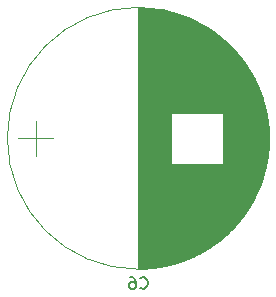
<source format=gbr>
G04 #@! TF.FileFunction,Legend,Bot*
%FSLAX46Y46*%
G04 Gerber Fmt 4.6, Leading zero omitted, Abs format (unit mm)*
G04 Created by KiCad (PCBNEW 4.0.7) date 02/05/18 16:40:09*
%MOMM*%
%LPD*%
G01*
G04 APERTURE LIST*
%ADD10C,0.100000*%
%ADD11C,0.120000*%
%ADD12C,0.150000*%
G04 APERTURE END LIST*
D10*
D11*
X67207500Y-44767500D02*
G75*
G03X67207500Y-44767500I-11090000J0D01*
G01*
X56117500Y-55817500D02*
X56117500Y-33717500D01*
X56157500Y-55817500D02*
X56157500Y-33717500D01*
X56197500Y-55817500D02*
X56197500Y-33717500D01*
X56237500Y-55817500D02*
X56237500Y-33717500D01*
X56277500Y-55816500D02*
X56277500Y-33718500D01*
X56317500Y-55816500D02*
X56317500Y-33718500D01*
X56357500Y-55815500D02*
X56357500Y-33719500D01*
X56397500Y-55814500D02*
X56397500Y-33720500D01*
X56437500Y-55813500D02*
X56437500Y-33721500D01*
X56477500Y-55812500D02*
X56477500Y-33722500D01*
X56517500Y-55810500D02*
X56517500Y-33724500D01*
X56557500Y-55809500D02*
X56557500Y-33725500D01*
X56597500Y-55807500D02*
X56597500Y-33727500D01*
X56637500Y-55805500D02*
X56637500Y-33729500D01*
X56677500Y-55803500D02*
X56677500Y-33731500D01*
X56717500Y-55801500D02*
X56717500Y-33733500D01*
X56757500Y-55799500D02*
X56757500Y-33735500D01*
X56797500Y-55797500D02*
X56797500Y-33737500D01*
X56838500Y-55794500D02*
X56838500Y-33740500D01*
X56878500Y-55791500D02*
X56878500Y-33743500D01*
X56918500Y-55789500D02*
X56918500Y-33745500D01*
X56958500Y-55786500D02*
X56958500Y-33748500D01*
X56998500Y-55783500D02*
X56998500Y-33751500D01*
X57038500Y-55779500D02*
X57038500Y-33755500D01*
X57078500Y-55776500D02*
X57078500Y-33758500D01*
X57118500Y-55772500D02*
X57118500Y-33762500D01*
X57158500Y-55769500D02*
X57158500Y-33765500D01*
X57198500Y-55765500D02*
X57198500Y-33769500D01*
X57238500Y-55761500D02*
X57238500Y-33773500D01*
X57278500Y-55757500D02*
X57278500Y-33777500D01*
X57318500Y-55752500D02*
X57318500Y-33782500D01*
X57358500Y-55748500D02*
X57358500Y-33786500D01*
X57398500Y-55743500D02*
X57398500Y-33791500D01*
X57438500Y-55739500D02*
X57438500Y-33795500D01*
X57478500Y-55734500D02*
X57478500Y-33800500D01*
X57518500Y-55729500D02*
X57518500Y-33805500D01*
X57558500Y-55724500D02*
X57558500Y-33810500D01*
X57598500Y-55718500D02*
X57598500Y-33816500D01*
X57638500Y-55713500D02*
X57638500Y-33821500D01*
X57678500Y-55707500D02*
X57678500Y-33827500D01*
X57718500Y-55701500D02*
X57718500Y-33833500D01*
X57758500Y-55696500D02*
X57758500Y-33838500D01*
X57798500Y-55690500D02*
X57798500Y-33844500D01*
X57838500Y-55683500D02*
X57838500Y-33851500D01*
X57878500Y-55677500D02*
X57878500Y-33857500D01*
X57918500Y-55670500D02*
X57918500Y-33864500D01*
X57958500Y-55664500D02*
X57958500Y-33870500D01*
X57998500Y-55657500D02*
X57998500Y-33877500D01*
X58038500Y-55650500D02*
X58038500Y-33884500D01*
X58078500Y-55643500D02*
X58078500Y-33891500D01*
X58118500Y-55636500D02*
X58118500Y-33898500D01*
X58158500Y-55628500D02*
X58158500Y-33906500D01*
X58198500Y-55621500D02*
X58198500Y-33913500D01*
X58238500Y-55613500D02*
X58238500Y-33921500D01*
X58278500Y-55605500D02*
X58278500Y-33929500D01*
X58318500Y-55597500D02*
X58318500Y-33937500D01*
X58358500Y-55589500D02*
X58358500Y-33945500D01*
X58398500Y-55581500D02*
X58398500Y-33953500D01*
X58438500Y-55572500D02*
X58438500Y-33962500D01*
X58478500Y-55563500D02*
X58478500Y-33971500D01*
X58518500Y-55555500D02*
X58518500Y-33979500D01*
X58558500Y-55546500D02*
X58558500Y-33988500D01*
X58598500Y-55537500D02*
X58598500Y-33997500D01*
X58638500Y-55527500D02*
X58638500Y-34007500D01*
X58678500Y-55518500D02*
X58678500Y-34016500D01*
X58718500Y-55508500D02*
X58718500Y-34026500D01*
X58758500Y-55499500D02*
X58758500Y-34035500D01*
X58798500Y-55489500D02*
X58798500Y-34045500D01*
X58838500Y-55479500D02*
X58838500Y-34055500D01*
X58878500Y-55469500D02*
X58878500Y-34065500D01*
X58918500Y-55458500D02*
X58918500Y-34076500D01*
X58958500Y-55448500D02*
X58958500Y-46947500D01*
X58958500Y-42587500D02*
X58958500Y-34086500D01*
X58998500Y-55437500D02*
X58998500Y-46947500D01*
X58998500Y-42587500D02*
X58998500Y-34097500D01*
X59038500Y-55426500D02*
X59038500Y-46947500D01*
X59038500Y-42587500D02*
X59038500Y-34108500D01*
X59078500Y-55415500D02*
X59078500Y-46947500D01*
X59078500Y-42587500D02*
X59078500Y-34119500D01*
X59118500Y-55404500D02*
X59118500Y-46947500D01*
X59118500Y-42587500D02*
X59118500Y-34130500D01*
X59158500Y-55393500D02*
X59158500Y-46947500D01*
X59158500Y-42587500D02*
X59158500Y-34141500D01*
X59198500Y-55381500D02*
X59198500Y-46947500D01*
X59198500Y-42587500D02*
X59198500Y-34153500D01*
X59238500Y-55370500D02*
X59238500Y-46947500D01*
X59238500Y-42587500D02*
X59238500Y-34164500D01*
X59278500Y-55358500D02*
X59278500Y-46947500D01*
X59278500Y-42587500D02*
X59278500Y-34176500D01*
X59318500Y-55346500D02*
X59318500Y-46947500D01*
X59318500Y-42587500D02*
X59318500Y-34188500D01*
X59358500Y-55334500D02*
X59358500Y-46947500D01*
X59358500Y-42587500D02*
X59358500Y-34200500D01*
X59398500Y-55321500D02*
X59398500Y-46947500D01*
X59398500Y-42587500D02*
X59398500Y-34213500D01*
X59438500Y-55309500D02*
X59438500Y-46947500D01*
X59438500Y-42587500D02*
X59438500Y-34225500D01*
X59478500Y-55296500D02*
X59478500Y-46947500D01*
X59478500Y-42587500D02*
X59478500Y-34238500D01*
X59518500Y-55283500D02*
X59518500Y-46947500D01*
X59518500Y-42587500D02*
X59518500Y-34251500D01*
X59558500Y-55270500D02*
X59558500Y-46947500D01*
X59558500Y-42587500D02*
X59558500Y-34264500D01*
X59598500Y-55257500D02*
X59598500Y-46947500D01*
X59598500Y-42587500D02*
X59598500Y-34277500D01*
X59638500Y-55244500D02*
X59638500Y-46947500D01*
X59638500Y-42587500D02*
X59638500Y-34290500D01*
X59678500Y-55231500D02*
X59678500Y-46947500D01*
X59678500Y-42587500D02*
X59678500Y-34303500D01*
X59718500Y-55217500D02*
X59718500Y-46947500D01*
X59718500Y-42587500D02*
X59718500Y-34317500D01*
X59758500Y-55203500D02*
X59758500Y-46947500D01*
X59758500Y-42587500D02*
X59758500Y-34331500D01*
X59798500Y-55189500D02*
X59798500Y-46947500D01*
X59798500Y-42587500D02*
X59798500Y-34345500D01*
X59838500Y-55175500D02*
X59838500Y-46947500D01*
X59838500Y-42587500D02*
X59838500Y-34359500D01*
X59878500Y-55161500D02*
X59878500Y-46947500D01*
X59878500Y-42587500D02*
X59878500Y-34373500D01*
X59918500Y-55146500D02*
X59918500Y-46947500D01*
X59918500Y-42587500D02*
X59918500Y-34388500D01*
X59958500Y-55131500D02*
X59958500Y-46947500D01*
X59958500Y-42587500D02*
X59958500Y-34403500D01*
X59998500Y-55117500D02*
X59998500Y-46947500D01*
X59998500Y-42587500D02*
X59998500Y-34417500D01*
X60038500Y-55102500D02*
X60038500Y-46947500D01*
X60038500Y-42587500D02*
X60038500Y-34432500D01*
X60078500Y-55086500D02*
X60078500Y-46947500D01*
X60078500Y-42587500D02*
X60078500Y-34448500D01*
X60118500Y-55071500D02*
X60118500Y-46947500D01*
X60118500Y-42587500D02*
X60118500Y-34463500D01*
X60158500Y-55055500D02*
X60158500Y-46947500D01*
X60158500Y-42587500D02*
X60158500Y-34479500D01*
X60198500Y-55040500D02*
X60198500Y-46947500D01*
X60198500Y-42587500D02*
X60198500Y-34494500D01*
X60238500Y-55024500D02*
X60238500Y-46947500D01*
X60238500Y-42587500D02*
X60238500Y-34510500D01*
X60278500Y-55008500D02*
X60278500Y-46947500D01*
X60278500Y-42587500D02*
X60278500Y-34526500D01*
X60318500Y-54991500D02*
X60318500Y-46947500D01*
X60318500Y-42587500D02*
X60318500Y-34543500D01*
X60358500Y-54975500D02*
X60358500Y-46947500D01*
X60358500Y-42587500D02*
X60358500Y-34559500D01*
X60398500Y-54958500D02*
X60398500Y-46947500D01*
X60398500Y-42587500D02*
X60398500Y-34576500D01*
X60438500Y-54941500D02*
X60438500Y-46947500D01*
X60438500Y-42587500D02*
X60438500Y-34593500D01*
X60478500Y-54924500D02*
X60478500Y-46947500D01*
X60478500Y-42587500D02*
X60478500Y-34610500D01*
X60518500Y-54907500D02*
X60518500Y-46947500D01*
X60518500Y-42587500D02*
X60518500Y-34627500D01*
X60558500Y-54890500D02*
X60558500Y-46947500D01*
X60558500Y-42587500D02*
X60558500Y-34644500D01*
X60598500Y-54872500D02*
X60598500Y-46947500D01*
X60598500Y-42587500D02*
X60598500Y-34662500D01*
X60638500Y-54855500D02*
X60638500Y-46947500D01*
X60638500Y-42587500D02*
X60638500Y-34679500D01*
X60678500Y-54837500D02*
X60678500Y-46947500D01*
X60678500Y-42587500D02*
X60678500Y-34697500D01*
X60718500Y-54818500D02*
X60718500Y-46947500D01*
X60718500Y-42587500D02*
X60718500Y-34716500D01*
X60758500Y-54800500D02*
X60758500Y-46947500D01*
X60758500Y-42587500D02*
X60758500Y-34734500D01*
X60798500Y-54782500D02*
X60798500Y-46947500D01*
X60798500Y-42587500D02*
X60798500Y-34752500D01*
X60838500Y-54763500D02*
X60838500Y-46947500D01*
X60838500Y-42587500D02*
X60838500Y-34771500D01*
X60878500Y-54744500D02*
X60878500Y-46947500D01*
X60878500Y-42587500D02*
X60878500Y-34790500D01*
X60918500Y-54725500D02*
X60918500Y-46947500D01*
X60918500Y-42587500D02*
X60918500Y-34809500D01*
X60958500Y-54706500D02*
X60958500Y-46947500D01*
X60958500Y-42587500D02*
X60958500Y-34828500D01*
X60998500Y-54686500D02*
X60998500Y-46947500D01*
X60998500Y-42587500D02*
X60998500Y-34848500D01*
X61038500Y-54666500D02*
X61038500Y-46947500D01*
X61038500Y-42587500D02*
X61038500Y-34868500D01*
X61078500Y-54646500D02*
X61078500Y-46947500D01*
X61078500Y-42587500D02*
X61078500Y-34888500D01*
X61118500Y-54626500D02*
X61118500Y-46947500D01*
X61118500Y-42587500D02*
X61118500Y-34908500D01*
X61158500Y-54606500D02*
X61158500Y-46947500D01*
X61158500Y-42587500D02*
X61158500Y-34928500D01*
X61198500Y-54586500D02*
X61198500Y-46947500D01*
X61198500Y-42587500D02*
X61198500Y-34948500D01*
X61238500Y-54565500D02*
X61238500Y-46947500D01*
X61238500Y-42587500D02*
X61238500Y-34969500D01*
X61278500Y-54544500D02*
X61278500Y-46947500D01*
X61278500Y-42587500D02*
X61278500Y-34990500D01*
X61318500Y-54523500D02*
X61318500Y-46947500D01*
X61318500Y-42587500D02*
X61318500Y-35011500D01*
X61358500Y-54501500D02*
X61358500Y-46947500D01*
X61358500Y-42587500D02*
X61358500Y-35033500D01*
X61398500Y-54480500D02*
X61398500Y-46947500D01*
X61398500Y-42587500D02*
X61398500Y-35054500D01*
X61438500Y-54458500D02*
X61438500Y-46947500D01*
X61438500Y-42587500D02*
X61438500Y-35076500D01*
X61478500Y-54436500D02*
X61478500Y-46947500D01*
X61478500Y-42587500D02*
X61478500Y-35098500D01*
X61518500Y-54414500D02*
X61518500Y-46947500D01*
X61518500Y-42587500D02*
X61518500Y-35120500D01*
X61558500Y-54392500D02*
X61558500Y-46947500D01*
X61558500Y-42587500D02*
X61558500Y-35142500D01*
X61598500Y-54369500D02*
X61598500Y-46947500D01*
X61598500Y-42587500D02*
X61598500Y-35165500D01*
X61638500Y-54346500D02*
X61638500Y-46947500D01*
X61638500Y-42587500D02*
X61638500Y-35188500D01*
X61678500Y-54323500D02*
X61678500Y-46947500D01*
X61678500Y-42587500D02*
X61678500Y-35211500D01*
X61718500Y-54300500D02*
X61718500Y-46947500D01*
X61718500Y-42587500D02*
X61718500Y-35234500D01*
X61758500Y-54276500D02*
X61758500Y-46947500D01*
X61758500Y-42587500D02*
X61758500Y-35258500D01*
X61798500Y-54253500D02*
X61798500Y-46947500D01*
X61798500Y-42587500D02*
X61798500Y-35281500D01*
X61838500Y-54229500D02*
X61838500Y-46947500D01*
X61838500Y-42587500D02*
X61838500Y-35305500D01*
X61878500Y-54204500D02*
X61878500Y-46947500D01*
X61878500Y-42587500D02*
X61878500Y-35330500D01*
X61918500Y-54180500D02*
X61918500Y-46947500D01*
X61918500Y-42587500D02*
X61918500Y-35354500D01*
X61958500Y-54155500D02*
X61958500Y-46947500D01*
X61958500Y-42587500D02*
X61958500Y-35379500D01*
X61998500Y-54130500D02*
X61998500Y-46947500D01*
X61998500Y-42587500D02*
X61998500Y-35404500D01*
X62038500Y-54105500D02*
X62038500Y-46947500D01*
X62038500Y-42587500D02*
X62038500Y-35429500D01*
X62078500Y-54080500D02*
X62078500Y-46947500D01*
X62078500Y-42587500D02*
X62078500Y-35454500D01*
X62118500Y-54054500D02*
X62118500Y-46947500D01*
X62118500Y-42587500D02*
X62118500Y-35480500D01*
X62158500Y-54028500D02*
X62158500Y-46947500D01*
X62158500Y-42587500D02*
X62158500Y-35506500D01*
X62198500Y-54002500D02*
X62198500Y-46947500D01*
X62198500Y-42587500D02*
X62198500Y-35532500D01*
X62238500Y-53976500D02*
X62238500Y-46947500D01*
X62238500Y-42587500D02*
X62238500Y-35558500D01*
X62278500Y-53949500D02*
X62278500Y-46947500D01*
X62278500Y-42587500D02*
X62278500Y-35585500D01*
X62318500Y-53923500D02*
X62318500Y-46947500D01*
X62318500Y-42587500D02*
X62318500Y-35611500D01*
X62358500Y-53895500D02*
X62358500Y-46947500D01*
X62358500Y-42587500D02*
X62358500Y-35639500D01*
X62398500Y-53868500D02*
X62398500Y-46947500D01*
X62398500Y-42587500D02*
X62398500Y-35666500D01*
X62438500Y-53840500D02*
X62438500Y-46947500D01*
X62438500Y-42587500D02*
X62438500Y-35694500D01*
X62478500Y-53813500D02*
X62478500Y-46947500D01*
X62478500Y-42587500D02*
X62478500Y-35721500D01*
X62518500Y-53784500D02*
X62518500Y-46947500D01*
X62518500Y-42587500D02*
X62518500Y-35750500D01*
X62558500Y-53756500D02*
X62558500Y-46947500D01*
X62558500Y-42587500D02*
X62558500Y-35778500D01*
X62598500Y-53727500D02*
X62598500Y-46947500D01*
X62598500Y-42587500D02*
X62598500Y-35807500D01*
X62638500Y-53698500D02*
X62638500Y-46947500D01*
X62638500Y-42587500D02*
X62638500Y-35836500D01*
X62678500Y-53669500D02*
X62678500Y-46947500D01*
X62678500Y-42587500D02*
X62678500Y-35865500D01*
X62718500Y-53640500D02*
X62718500Y-46947500D01*
X62718500Y-42587500D02*
X62718500Y-35894500D01*
X62758500Y-53610500D02*
X62758500Y-46947500D01*
X62758500Y-42587500D02*
X62758500Y-35924500D01*
X62798500Y-53580500D02*
X62798500Y-46947500D01*
X62798500Y-42587500D02*
X62798500Y-35954500D01*
X62838500Y-53550500D02*
X62838500Y-46947500D01*
X62838500Y-42587500D02*
X62838500Y-35984500D01*
X62878500Y-53519500D02*
X62878500Y-46947500D01*
X62878500Y-42587500D02*
X62878500Y-36015500D01*
X62918500Y-53488500D02*
X62918500Y-46947500D01*
X62918500Y-42587500D02*
X62918500Y-36046500D01*
X62958500Y-53457500D02*
X62958500Y-46947500D01*
X62958500Y-42587500D02*
X62958500Y-36077500D01*
X62998500Y-53425500D02*
X62998500Y-46947500D01*
X62998500Y-42587500D02*
X62998500Y-36109500D01*
X63038500Y-53394500D02*
X63038500Y-46947500D01*
X63038500Y-42587500D02*
X63038500Y-36140500D01*
X63078500Y-53362500D02*
X63078500Y-46947500D01*
X63078500Y-42587500D02*
X63078500Y-36172500D01*
X63118500Y-53329500D02*
X63118500Y-46947500D01*
X63118500Y-42587500D02*
X63118500Y-36205500D01*
X63158500Y-53296500D02*
X63158500Y-46947500D01*
X63158500Y-42587500D02*
X63158500Y-36238500D01*
X63198500Y-53263500D02*
X63198500Y-46947500D01*
X63198500Y-42587500D02*
X63198500Y-36271500D01*
X63238500Y-53230500D02*
X63238500Y-46947500D01*
X63238500Y-42587500D02*
X63238500Y-36304500D01*
X63278500Y-53196500D02*
X63278500Y-46947500D01*
X63278500Y-42587500D02*
X63278500Y-36338500D01*
X63318500Y-53162500D02*
X63318500Y-36372500D01*
X63358500Y-53128500D02*
X63358500Y-36406500D01*
X63398500Y-53093500D02*
X63398500Y-36441500D01*
X63438500Y-53059500D02*
X63438500Y-36475500D01*
X63478500Y-53023500D02*
X63478500Y-36511500D01*
X63518500Y-52988500D02*
X63518500Y-36546500D01*
X63558500Y-52952500D02*
X63558500Y-36582500D01*
X63598500Y-52915500D02*
X63598500Y-36619500D01*
X63638500Y-52878500D02*
X63638500Y-36656500D01*
X63678500Y-52841500D02*
X63678500Y-36693500D01*
X63718500Y-52804500D02*
X63718500Y-36730500D01*
X63758500Y-52766500D02*
X63758500Y-36768500D01*
X63798500Y-52728500D02*
X63798500Y-36806500D01*
X63838500Y-52689500D02*
X63838500Y-36845500D01*
X63878500Y-52650500D02*
X63878500Y-36884500D01*
X63918500Y-52611500D02*
X63918500Y-36923500D01*
X63958500Y-52571500D02*
X63958500Y-36963500D01*
X63998500Y-52531500D02*
X63998500Y-37003500D01*
X64038500Y-52490500D02*
X64038500Y-37044500D01*
X64078500Y-52449500D02*
X64078500Y-37085500D01*
X64118500Y-52408500D02*
X64118500Y-37126500D01*
X64158500Y-52366500D02*
X64158500Y-37168500D01*
X64198500Y-52324500D02*
X64198500Y-37210500D01*
X64238500Y-52281500D02*
X64238500Y-37253500D01*
X64278500Y-52238500D02*
X64278500Y-37296500D01*
X64317500Y-52194500D02*
X64317500Y-37340500D01*
X64357500Y-52150500D02*
X64357500Y-37384500D01*
X64397500Y-52105500D02*
X64397500Y-37429500D01*
X64437500Y-52060500D02*
X64437500Y-37474500D01*
X64477500Y-52014500D02*
X64477500Y-37520500D01*
X64517500Y-51968500D02*
X64517500Y-37566500D01*
X64557500Y-51922500D02*
X64557500Y-37612500D01*
X64597500Y-51874500D02*
X64597500Y-37660500D01*
X64637500Y-51827500D02*
X64637500Y-37707500D01*
X64677500Y-51778500D02*
X64677500Y-37756500D01*
X64717500Y-51730500D02*
X64717500Y-37804500D01*
X64757500Y-51680500D02*
X64757500Y-37854500D01*
X64797500Y-51630500D02*
X64797500Y-37904500D01*
X64837500Y-51579500D02*
X64837500Y-37955500D01*
X64877500Y-51528500D02*
X64877500Y-38006500D01*
X64917500Y-51476500D02*
X64917500Y-38058500D01*
X64957500Y-51424500D02*
X64957500Y-38110500D01*
X64997500Y-51371500D02*
X64997500Y-38163500D01*
X65037500Y-51317500D02*
X65037500Y-38217500D01*
X65077500Y-51263500D02*
X65077500Y-38271500D01*
X65117500Y-51207500D02*
X65117500Y-38327500D01*
X65157500Y-51151500D02*
X65157500Y-38383500D01*
X65197500Y-51095500D02*
X65197500Y-38439500D01*
X65237500Y-51037500D02*
X65237500Y-38497500D01*
X65277500Y-50979500D02*
X65277500Y-38555500D01*
X65317500Y-50920500D02*
X65317500Y-38614500D01*
X65357500Y-50860500D02*
X65357500Y-38674500D01*
X65397500Y-50800500D02*
X65397500Y-38734500D01*
X65437500Y-50738500D02*
X65437500Y-38796500D01*
X65477500Y-50675500D02*
X65477500Y-38859500D01*
X65517500Y-50612500D02*
X65517500Y-38922500D01*
X65557500Y-50548500D02*
X65557500Y-38986500D01*
X65597500Y-50482500D02*
X65597500Y-39052500D01*
X65637500Y-50416500D02*
X65637500Y-39118500D01*
X65677500Y-50348500D02*
X65677500Y-39186500D01*
X65717500Y-50280500D02*
X65717500Y-39254500D01*
X65757500Y-50210500D02*
X65757500Y-39324500D01*
X65797500Y-50139500D02*
X65797500Y-39395500D01*
X65837500Y-50067500D02*
X65837500Y-39467500D01*
X65877500Y-49993500D02*
X65877500Y-39541500D01*
X65917500Y-49919500D02*
X65917500Y-39615500D01*
X65957500Y-49842500D02*
X65957500Y-39692500D01*
X65997500Y-49765500D02*
X65997500Y-39769500D01*
X66037500Y-49685500D02*
X66037500Y-39849500D01*
X66077500Y-49605500D02*
X66077500Y-39929500D01*
X66117500Y-49522500D02*
X66117500Y-40012500D01*
X66157500Y-49438500D02*
X66157500Y-40096500D01*
X66197500Y-49352500D02*
X66197500Y-40182500D01*
X66237500Y-49263500D02*
X66237500Y-40271500D01*
X66277500Y-49173500D02*
X66277500Y-40361500D01*
X66317500Y-49080500D02*
X66317500Y-40454500D01*
X66357500Y-48985500D02*
X66357500Y-40549500D01*
X66397500Y-48888500D02*
X66397500Y-40646500D01*
X66437500Y-48788500D02*
X66437500Y-40746500D01*
X66477500Y-48685500D02*
X66477500Y-40849500D01*
X66517500Y-48578500D02*
X66517500Y-40956500D01*
X66557500Y-48468500D02*
X66557500Y-41066500D01*
X66597500Y-48355500D02*
X66597500Y-41179500D01*
X66637500Y-48237500D02*
X66637500Y-41297500D01*
X66677500Y-48115500D02*
X66677500Y-41419500D01*
X66717500Y-47988500D02*
X66717500Y-41546500D01*
X66757500Y-47855500D02*
X66757500Y-41679500D01*
X66797500Y-47715500D02*
X66797500Y-41819500D01*
X66837500Y-47568500D02*
X66837500Y-41966500D01*
X66877500Y-47413500D02*
X66877500Y-42121500D01*
X66917500Y-47247500D02*
X66917500Y-42287500D01*
X66957500Y-47069500D02*
X66957500Y-42465500D01*
X66997500Y-46875500D02*
X66997500Y-42659500D01*
X67037500Y-46662500D02*
X67037500Y-42872500D01*
X67077500Y-46421500D02*
X67077500Y-43113500D01*
X67117500Y-46138500D02*
X67117500Y-43396500D01*
X67157500Y-45779500D02*
X67157500Y-43755500D01*
X67197500Y-45198500D02*
X67197500Y-44336500D01*
X45917500Y-44767500D02*
X48917500Y-44767500D01*
X47417500Y-46267500D02*
X47417500Y-43267500D01*
D12*
X56284166Y-57434643D02*
X56331785Y-57482262D01*
X56474642Y-57529881D01*
X56569880Y-57529881D01*
X56712738Y-57482262D01*
X56807976Y-57387024D01*
X56855595Y-57291786D01*
X56903214Y-57101310D01*
X56903214Y-56958452D01*
X56855595Y-56767976D01*
X56807976Y-56672738D01*
X56712738Y-56577500D01*
X56569880Y-56529881D01*
X56474642Y-56529881D01*
X56331785Y-56577500D01*
X56284166Y-56625119D01*
X55427023Y-56529881D02*
X55617500Y-56529881D01*
X55712738Y-56577500D01*
X55760357Y-56625119D01*
X55855595Y-56767976D01*
X55903214Y-56958452D01*
X55903214Y-57339405D01*
X55855595Y-57434643D01*
X55807976Y-57482262D01*
X55712738Y-57529881D01*
X55522261Y-57529881D01*
X55427023Y-57482262D01*
X55379404Y-57434643D01*
X55331785Y-57339405D01*
X55331785Y-57101310D01*
X55379404Y-57006071D01*
X55427023Y-56958452D01*
X55522261Y-56910833D01*
X55712738Y-56910833D01*
X55807976Y-56958452D01*
X55855595Y-57006071D01*
X55903214Y-57101310D01*
M02*

</source>
